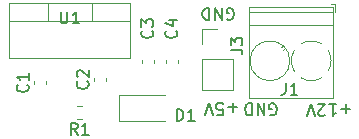
<source format=gbr>
G04 #@! TF.GenerationSoftware,KiCad,Pcbnew,(5.1.8)-1*
G04 #@! TF.CreationDate,2021-02-01T15:11:16-08:00*
G04 #@! TF.ProjectId,Modular_single_driver_Regulator,4d6f6475-6c61-4725-9f73-696e676c655f,rev?*
G04 #@! TF.SameCoordinates,Original*
G04 #@! TF.FileFunction,Legend,Top*
G04 #@! TF.FilePolarity,Positive*
%FSLAX46Y46*%
G04 Gerber Fmt 4.6, Leading zero omitted, Abs format (unit mm)*
G04 Created by KiCad (PCBNEW (5.1.8)-1) date 2021-02-01 15:11:16*
%MOMM*%
%LPD*%
G01*
G04 APERTURE LIST*
%ADD10C,0.150000*%
%ADD11C,0.120000*%
G04 APERTURE END LIST*
D10*
X176466404Y-117784500D02*
X176561642Y-117832119D01*
X176704500Y-117832119D01*
X176847357Y-117784500D01*
X176942595Y-117689261D01*
X176990214Y-117594023D01*
X177037833Y-117403547D01*
X177037833Y-117260690D01*
X176990214Y-117070214D01*
X176942595Y-116974976D01*
X176847357Y-116879738D01*
X176704500Y-116832119D01*
X176609261Y-116832119D01*
X176466404Y-116879738D01*
X176418785Y-116927357D01*
X176418785Y-117260690D01*
X176609261Y-117260690D01*
X175990214Y-116832119D02*
X175990214Y-117832119D01*
X175418785Y-116832119D01*
X175418785Y-117832119D01*
X174942595Y-116832119D02*
X174942595Y-117832119D01*
X174704500Y-117832119D01*
X174561642Y-117784500D01*
X174466404Y-117689261D01*
X174418785Y-117594023D01*
X174371166Y-117403547D01*
X174371166Y-117260690D01*
X174418785Y-117070214D01*
X174466404Y-116974976D01*
X174561642Y-116879738D01*
X174704500Y-116832119D01*
X174942595Y-116832119D01*
X183244904Y-117276571D02*
X182483000Y-117276571D01*
X182863952Y-116895619D02*
X182863952Y-117657523D01*
X181483000Y-116895619D02*
X182054428Y-116895619D01*
X181768714Y-116895619D02*
X181768714Y-117895619D01*
X181863952Y-117752761D01*
X181959190Y-117657523D01*
X182054428Y-117609904D01*
X181102047Y-117800380D02*
X181054428Y-117848000D01*
X180959190Y-117895619D01*
X180721095Y-117895619D01*
X180625857Y-117848000D01*
X180578238Y-117800380D01*
X180530619Y-117705142D01*
X180530619Y-117609904D01*
X180578238Y-117467047D01*
X181149666Y-116895619D01*
X180530619Y-116895619D01*
X180244904Y-117895619D02*
X179911571Y-116895619D01*
X179578238Y-117895619D01*
X173688214Y-117149571D02*
X172926309Y-117149571D01*
X173307261Y-116768619D02*
X173307261Y-117530523D01*
X171973928Y-117768619D02*
X172450119Y-117768619D01*
X172497738Y-117292428D01*
X172450119Y-117340047D01*
X172354880Y-117387666D01*
X172116785Y-117387666D01*
X172021547Y-117340047D01*
X171973928Y-117292428D01*
X171926309Y-117197190D01*
X171926309Y-116959095D01*
X171973928Y-116863857D01*
X172021547Y-116816238D01*
X172116785Y-116768619D01*
X172354880Y-116768619D01*
X172450119Y-116816238D01*
X172497738Y-116863857D01*
X171640595Y-117768619D02*
X171307261Y-116768619D01*
X170973928Y-117768619D01*
X172846904Y-109720000D02*
X172942142Y-109767619D01*
X173085000Y-109767619D01*
X173227857Y-109720000D01*
X173323095Y-109624761D01*
X173370714Y-109529523D01*
X173418333Y-109339047D01*
X173418333Y-109196190D01*
X173370714Y-109005714D01*
X173323095Y-108910476D01*
X173227857Y-108815238D01*
X173085000Y-108767619D01*
X172989761Y-108767619D01*
X172846904Y-108815238D01*
X172799285Y-108862857D01*
X172799285Y-109196190D01*
X172989761Y-109196190D01*
X172370714Y-108767619D02*
X172370714Y-109767619D01*
X171799285Y-108767619D01*
X171799285Y-109767619D01*
X171323095Y-108767619D02*
X171323095Y-109767619D01*
X171085000Y-109767619D01*
X170942142Y-109720000D01*
X170846904Y-109624761D01*
X170799285Y-109529523D01*
X170751666Y-109339047D01*
X170751666Y-109196190D01*
X170799285Y-109005714D01*
X170846904Y-108910476D01*
X170942142Y-108815238D01*
X171085000Y-108767619D01*
X171323095Y-108767619D01*
D11*
X156462000Y-114908420D02*
X156462000Y-115189580D01*
X157482000Y-114908420D02*
X157482000Y-115189580D01*
X162562000Y-114654420D02*
X162562000Y-114935580D01*
X161542000Y-114654420D02*
X161542000Y-114935580D01*
X166626000Y-113437580D02*
X166626000Y-113156420D01*
X165606000Y-113437580D02*
X165606000Y-113156420D01*
X167638000Y-113437580D02*
X167638000Y-113156420D01*
X168658000Y-113437580D02*
X168658000Y-113156420D01*
X163707000Y-118356000D02*
X167592000Y-118356000D01*
X163707000Y-116086000D02*
X163707000Y-118356000D01*
X167592000Y-116086000D02*
X163707000Y-116086000D01*
X182009000Y-108420500D02*
X181609000Y-108420500D01*
X182009000Y-109060500D02*
X182009000Y-108420500D01*
X177604000Y-112279500D02*
X177733000Y-112151500D01*
X175389000Y-114495500D02*
X175483000Y-114401500D01*
X177434000Y-112039500D02*
X177528000Y-111946500D01*
X175184000Y-114289500D02*
X175313000Y-114161500D01*
X174649000Y-116380500D02*
X174649000Y-108660500D01*
X181769000Y-116380500D02*
X181769000Y-108660500D01*
X181769000Y-108660500D02*
X174649000Y-108660500D01*
X181769000Y-116380500D02*
X174649000Y-116380500D01*
X181769000Y-110220500D02*
X174649000Y-110220500D01*
X181769000Y-109120500D02*
X174649000Y-109120500D01*
X178139000Y-113220500D02*
G75*
G03*
X178139000Y-113220500I-1680000J0D01*
G01*
X179068736Y-111795779D02*
G75*
G02*
X179959000Y-111540500I890264J-1424721D01*
G01*
X178533495Y-114110693D02*
G75*
G02*
X178534000Y-112329500I1425505J890193D01*
G01*
X180848894Y-114645858D02*
G75*
G02*
X179093000Y-114660500I-889894J1425358D01*
G01*
X181384358Y-112330606D02*
G75*
G02*
X181399000Y-114086500I-1425358J-889894D01*
G01*
X179930326Y-111540401D02*
G75*
G02*
X180825000Y-111780500I28674J-1680099D01*
G01*
X170691500Y-115693500D02*
X173351500Y-115693500D01*
X170691500Y-113093500D02*
X170691500Y-115693500D01*
X173351500Y-113093500D02*
X173351500Y-115693500D01*
X170691500Y-113093500D02*
X173351500Y-113093500D01*
X170691500Y-111823500D02*
X170691500Y-110493500D01*
X170691500Y-110493500D02*
X172021500Y-110493500D01*
X160574258Y-117079500D02*
X160099742Y-117079500D01*
X160574258Y-118124500D02*
X160099742Y-118124500D01*
X161363000Y-108363000D02*
X161363000Y-109873000D01*
X157662000Y-108363000D02*
X157662000Y-109873000D01*
X154392000Y-109873000D02*
X164632000Y-109873000D01*
X164632000Y-108363000D02*
X164632000Y-113004000D01*
X154392000Y-108363000D02*
X154392000Y-113004000D01*
X154392000Y-113004000D02*
X164632000Y-113004000D01*
X154392000Y-108363000D02*
X164632000Y-108363000D01*
D10*
X155932142Y-115228666D02*
X155979761Y-115276285D01*
X156027380Y-115419142D01*
X156027380Y-115514380D01*
X155979761Y-115657238D01*
X155884523Y-115752476D01*
X155789285Y-115800095D01*
X155598809Y-115847714D01*
X155455952Y-115847714D01*
X155265476Y-115800095D01*
X155170238Y-115752476D01*
X155075000Y-115657238D01*
X155027380Y-115514380D01*
X155027380Y-115419142D01*
X155075000Y-115276285D01*
X155122619Y-115228666D01*
X156027380Y-114276285D02*
X156027380Y-114847714D01*
X156027380Y-114562000D02*
X155027380Y-114562000D01*
X155170238Y-114657238D01*
X155265476Y-114752476D01*
X155313095Y-114847714D01*
X161012142Y-114961666D02*
X161059761Y-115009285D01*
X161107380Y-115152142D01*
X161107380Y-115247380D01*
X161059761Y-115390238D01*
X160964523Y-115485476D01*
X160869285Y-115533095D01*
X160678809Y-115580714D01*
X160535952Y-115580714D01*
X160345476Y-115533095D01*
X160250238Y-115485476D01*
X160155000Y-115390238D01*
X160107380Y-115247380D01*
X160107380Y-115152142D01*
X160155000Y-115009285D01*
X160202619Y-114961666D01*
X160202619Y-114580714D02*
X160155000Y-114533095D01*
X160107380Y-114437857D01*
X160107380Y-114199761D01*
X160155000Y-114104523D01*
X160202619Y-114056904D01*
X160297857Y-114009285D01*
X160393095Y-114009285D01*
X160535952Y-114056904D01*
X161107380Y-114628333D01*
X161107380Y-114009285D01*
X166473142Y-110656666D02*
X166520761Y-110704285D01*
X166568380Y-110847142D01*
X166568380Y-110942380D01*
X166520761Y-111085238D01*
X166425523Y-111180476D01*
X166330285Y-111228095D01*
X166139809Y-111275714D01*
X165996952Y-111275714D01*
X165806476Y-111228095D01*
X165711238Y-111180476D01*
X165616000Y-111085238D01*
X165568380Y-110942380D01*
X165568380Y-110847142D01*
X165616000Y-110704285D01*
X165663619Y-110656666D01*
X165568380Y-110323333D02*
X165568380Y-109704285D01*
X165949333Y-110037619D01*
X165949333Y-109894761D01*
X165996952Y-109799523D01*
X166044571Y-109751904D01*
X166139809Y-109704285D01*
X166377904Y-109704285D01*
X166473142Y-109751904D01*
X166520761Y-109799523D01*
X166568380Y-109894761D01*
X166568380Y-110180476D01*
X166520761Y-110275714D01*
X166473142Y-110323333D01*
X168505142Y-110656666D02*
X168552761Y-110704285D01*
X168600380Y-110847142D01*
X168600380Y-110942380D01*
X168552761Y-111085238D01*
X168457523Y-111180476D01*
X168362285Y-111228095D01*
X168171809Y-111275714D01*
X168028952Y-111275714D01*
X167838476Y-111228095D01*
X167743238Y-111180476D01*
X167648000Y-111085238D01*
X167600380Y-110942380D01*
X167600380Y-110847142D01*
X167648000Y-110704285D01*
X167695619Y-110656666D01*
X167933714Y-109799523D02*
X168600380Y-109799523D01*
X167552761Y-110037619D02*
X168267047Y-110275714D01*
X168267047Y-109656666D01*
X168552904Y-118308380D02*
X168552904Y-117308380D01*
X168791000Y-117308380D01*
X168933857Y-117356000D01*
X169029095Y-117451238D01*
X169076714Y-117546476D01*
X169124333Y-117736952D01*
X169124333Y-117879809D01*
X169076714Y-118070285D01*
X169029095Y-118165523D01*
X168933857Y-118260761D01*
X168791000Y-118308380D01*
X168552904Y-118308380D01*
X170076714Y-118308380D02*
X169505285Y-118308380D01*
X169791000Y-118308380D02*
X169791000Y-117308380D01*
X169695761Y-117451238D01*
X169600523Y-117546476D01*
X169505285Y-117594095D01*
X177784166Y-115085880D02*
X177784166Y-115800166D01*
X177736547Y-115943023D01*
X177641309Y-116038261D01*
X177498452Y-116085880D01*
X177403214Y-116085880D01*
X178784166Y-116085880D02*
X178212738Y-116085880D01*
X178498452Y-116085880D02*
X178498452Y-115085880D01*
X178403214Y-115228738D01*
X178307976Y-115323976D01*
X178212738Y-115371595D01*
X173124880Y-112283833D02*
X173839166Y-112283833D01*
X173982023Y-112331452D01*
X174077261Y-112426690D01*
X174124880Y-112569547D01*
X174124880Y-112664785D01*
X173124880Y-111902880D02*
X173124880Y-111283833D01*
X173505833Y-111617166D01*
X173505833Y-111474309D01*
X173553452Y-111379071D01*
X173601071Y-111331452D01*
X173696309Y-111283833D01*
X173934404Y-111283833D01*
X174029642Y-111331452D01*
X174077261Y-111379071D01*
X174124880Y-111474309D01*
X174124880Y-111760023D01*
X174077261Y-111855261D01*
X174029642Y-111902880D01*
X160170333Y-119484380D02*
X159837000Y-119008190D01*
X159598904Y-119484380D02*
X159598904Y-118484380D01*
X159979857Y-118484380D01*
X160075095Y-118532000D01*
X160122714Y-118579619D01*
X160170333Y-118674857D01*
X160170333Y-118817714D01*
X160122714Y-118912952D01*
X160075095Y-118960571D01*
X159979857Y-119008190D01*
X159598904Y-119008190D01*
X161122714Y-119484380D02*
X160551285Y-119484380D01*
X160837000Y-119484380D02*
X160837000Y-118484380D01*
X160741761Y-118627238D01*
X160646523Y-118722476D01*
X160551285Y-118770095D01*
X158750095Y-109053380D02*
X158750095Y-109862904D01*
X158797714Y-109958142D01*
X158845333Y-110005761D01*
X158940571Y-110053380D01*
X159131047Y-110053380D01*
X159226285Y-110005761D01*
X159273904Y-109958142D01*
X159321523Y-109862904D01*
X159321523Y-109053380D01*
X160321523Y-110053380D02*
X159750095Y-110053380D01*
X160035809Y-110053380D02*
X160035809Y-109053380D01*
X159940571Y-109196238D01*
X159845333Y-109291476D01*
X159750095Y-109339095D01*
M02*

</source>
